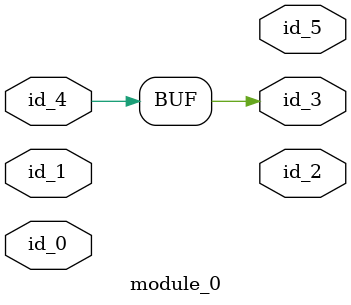
<source format=v>
module module_0 (
    input id_0,
    input id_1,
    output reg id_2,
    output id_3,
    input id_4,
    output id_5
);
  initial begin
    id_3 <= id_4;
    if ((id_4 || 1)) begin
      if (1) begin
        if (id_1)
          #1 begin
            if ("") begin
              id_2 <= id_0;
              id_3 = id_0;
              id_5 <= 1;
              id_3 <= id_4;
            end
          end
      end else begin
        id_5 <= 1;
        id_5 <= id_0;
      end
    end
  end
endmodule

</source>
